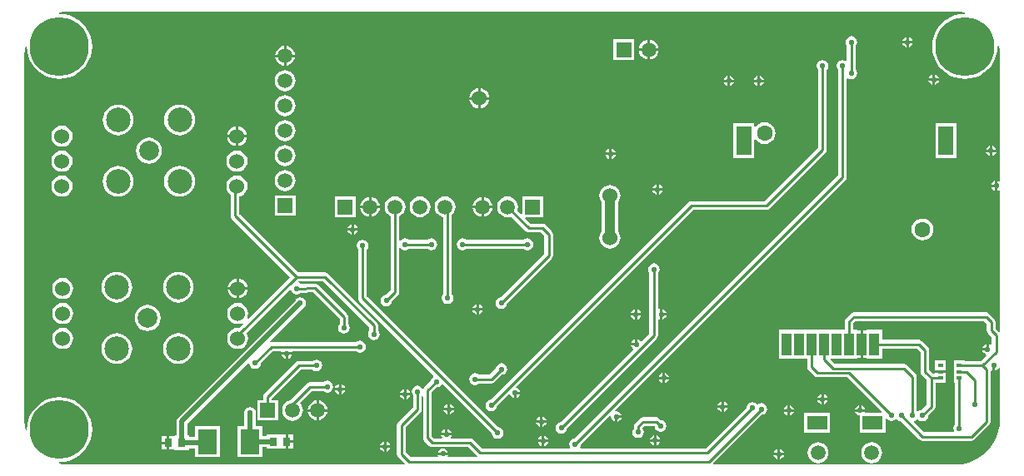
<source format=gbl>
G04 Layer_Physical_Order=4*
G04 Layer_Color=16711680*
%FSLAX24Y24*%
%MOIN*%
G70*
G01*
G75*
%ADD13C,0.0600*%
%ADD14R,0.0315X0.0354*%
%ADD30C,0.0100*%
%ADD31C,0.0200*%
%ADD32C,0.0400*%
%ADD34C,0.0220*%
%ADD35R,0.0591X0.0591*%
%ADD36C,0.0591*%
%ADD37C,0.0630*%
%ADD38C,0.2362*%
%ADD39R,0.0591X0.0591*%
%ADD40C,0.0984*%
%ADD41C,0.0787*%
%ADD42R,0.0787X0.0575*%
%ADD43C,0.0472*%
%ADD44R,0.0394X0.0906*%
%ADD45R,0.0591X0.1161*%
%ADD46R,0.0748X0.1024*%
%ADD47R,0.0197X0.0157*%
G36*
X37636Y18317D02*
X37806Y18284D01*
X37800Y18234D01*
X37795Y18234D01*
X37591Y18218D01*
X37392Y18170D01*
X37203Y18092D01*
X37028Y17985D01*
X36872Y17852D01*
X36739Y17696D01*
X36632Y17522D01*
X36554Y17332D01*
X36506Y17133D01*
X36490Y16929D01*
X36506Y16725D01*
X36554Y16526D01*
X36632Y16337D01*
X36739Y16162D01*
X36872Y16006D01*
X37028Y15873D01*
X37203Y15766D01*
X37392Y15688D01*
X37591Y15640D01*
X37795Y15624D01*
X37999Y15640D01*
X38199Y15688D01*
X38388Y15766D01*
X38562Y15873D01*
X38718Y16006D01*
X38851Y16162D01*
X38958Y16337D01*
X39037Y16526D01*
X39084Y16725D01*
X39100Y16929D01*
X39100Y16933D01*
X39150Y16940D01*
X39184Y16770D01*
X39196Y16585D01*
X39197Y16535D01*
X39197Y16535D01*
X39197Y16486D01*
Y11558D01*
X39153Y11534D01*
X39132Y11548D01*
X39100Y11554D01*
Y11350D01*
Y11146D01*
X39132Y11152D01*
X39153Y11166D01*
X39197Y11142D01*
Y5519D01*
X39147Y5498D01*
X39023Y5622D01*
Y5900D01*
X39010Y5966D01*
X38973Y6023D01*
X38773Y6223D01*
X38716Y6260D01*
X38650Y6273D01*
X33350D01*
X33284Y6260D01*
X33227Y6223D01*
X33048Y6043D01*
X33010Y5987D01*
X32997Y5920D01*
Y5573D01*
X30354D01*
Y4427D01*
X31497D01*
Y4080D01*
X31510Y4013D01*
X31548Y3957D01*
X31777Y3727D01*
X31834Y3690D01*
X31900Y3677D01*
X31900Y3677D01*
X33096D01*
X34476Y2297D01*
X34457Y2250D01*
X33842D01*
X33804Y2300D01*
X33396D01*
X33402Y2268D01*
X33449Y2199D01*
X33518Y2152D01*
X33598Y2136D01*
Y1866D01*
X33595Y1843D01*
X33598Y1820D01*
Y1436D01*
X34626D01*
Y2004D01*
X34676Y2019D01*
X34693Y1993D01*
X34769Y1942D01*
X34859Y1925D01*
X34949Y1942D01*
X35025Y1993D01*
X35027Y1996D01*
X35076D01*
X35084Y1984D01*
X35160Y1933D01*
X35237Y1918D01*
X35977Y1177D01*
X35977Y1177D01*
X36034Y1140D01*
X36100Y1127D01*
X36100Y1127D01*
X38050D01*
X38116Y1140D01*
X38173Y1177D01*
X38773Y1777D01*
X38810Y1834D01*
X38823Y1900D01*
Y3929D01*
X38859Y3948D01*
X38873Y3951D01*
X38900Y3946D01*
Y4150D01*
X39000D01*
Y3946D01*
X39032Y3952D01*
X39101Y3999D01*
X39147Y4066D01*
X39151Y4067D01*
X39197Y4058D01*
Y1969D01*
X39198Y1960D01*
X39184Y1734D01*
X39138Y1503D01*
X39062Y1281D01*
X38958Y1070D01*
X38828Y874D01*
X38672Y698D01*
X38496Y543D01*
X38300Y412D01*
X38089Y308D01*
X37867Y232D01*
X37636Y187D01*
X37451Y174D01*
X37402Y173D01*
X37402Y173D01*
X37352Y173D01*
X27739D01*
X27718Y223D01*
X29663Y2168D01*
X29740Y2183D01*
X29816Y2234D01*
X29867Y2310D01*
X29885Y2400D01*
X29867Y2490D01*
X29816Y2566D01*
X29740Y2617D01*
X29650Y2635D01*
X29560Y2617D01*
X29495Y2573D01*
X29466Y2616D01*
X29390Y2667D01*
X29300Y2685D01*
X29210Y2667D01*
X29134Y2616D01*
X29083Y2540D01*
X29068Y2463D01*
X27428Y823D01*
X22419D01*
X22392Y873D01*
X22417Y910D01*
X22432Y987D01*
X23595Y2150D01*
X23641Y2125D01*
X23636Y2100D01*
X23652Y2018D01*
X23699Y1949D01*
X23768Y1902D01*
X23800Y1896D01*
Y2100D01*
X23850D01*
Y2150D01*
X24054D01*
X24048Y2182D01*
X24001Y2251D01*
X23932Y2298D01*
X23850Y2314D01*
X23825Y2309D01*
X23800Y2355D01*
X33023Y11577D01*
X33060Y11634D01*
X33073Y11700D01*
Y15631D01*
X33123Y15658D01*
X33160Y15633D01*
X33250Y15615D01*
X33340Y15633D01*
X33416Y15684D01*
X33467Y15760D01*
X33485Y15850D01*
X33467Y15940D01*
X33423Y16005D01*
Y16945D01*
X33467Y17010D01*
X33485Y17100D01*
X33467Y17190D01*
X33416Y17266D01*
X33340Y17317D01*
X33250Y17335D01*
X33160Y17317D01*
X33084Y17266D01*
X33033Y17190D01*
X33015Y17100D01*
X33033Y17010D01*
X33077Y16945D01*
Y16369D01*
X33027Y16342D01*
X32990Y16367D01*
X32900Y16385D01*
X32810Y16367D01*
X32734Y16316D01*
X32683Y16240D01*
X32665Y16150D01*
X32683Y16060D01*
X32727Y15995D01*
Y11772D01*
X22187Y1232D01*
X22110Y1217D01*
X22034Y1166D01*
X21983Y1090D01*
X21965Y1000D01*
X21983Y910D01*
X22008Y873D01*
X21981Y823D01*
X18472D01*
X18123Y1173D01*
X18066Y1210D01*
X18000Y1223D01*
X17245D01*
X17218Y1273D01*
X17248Y1318D01*
X17254Y1350D01*
X16846D01*
X16852Y1318D01*
X16882Y1273D01*
X16855Y1223D01*
X16572D01*
X16473Y1322D01*
Y3078D01*
X16663Y3268D01*
X16740Y3283D01*
X16816Y3334D01*
X16850Y3385D01*
X16911Y3394D01*
X18868Y1437D01*
X18883Y1360D01*
X18934Y1284D01*
X19010Y1233D01*
X19100Y1215D01*
X19190Y1233D01*
X19266Y1284D01*
X19317Y1360D01*
X19335Y1450D01*
X19317Y1540D01*
X19266Y1616D01*
X19190Y1667D01*
X19113Y1682D01*
X13873Y6922D01*
Y8795D01*
X13917Y8860D01*
X13935Y8950D01*
X13917Y9040D01*
X13866Y9116D01*
X13790Y9167D01*
X13700Y9185D01*
X13610Y9167D01*
X13534Y9116D01*
X13483Y9040D01*
X13465Y8950D01*
X13483Y8860D01*
X13527Y8795D01*
Y6850D01*
X13540Y6784D01*
X13577Y6727D01*
X16544Y3761D01*
X16535Y3700D01*
X16484Y3666D01*
X16433Y3590D01*
X16418Y3513D01*
X16177Y3273D01*
X16149Y3231D01*
X16103Y3225D01*
X16092Y3227D01*
X16066Y3266D01*
X15990Y3317D01*
X15900Y3335D01*
X15810Y3317D01*
X15734Y3266D01*
X15683Y3190D01*
X15665Y3100D01*
X15683Y3010D01*
X15727Y2945D01*
Y2472D01*
X15127Y1873D01*
X15090Y1816D01*
X15077Y1750D01*
Y600D01*
X15090Y534D01*
X15127Y477D01*
X15382Y223D01*
X15361Y173D01*
X1969D01*
X1960Y172D01*
X1734Y187D01*
X1564Y220D01*
X1570Y270D01*
X1575Y270D01*
X1779Y286D01*
X1978Y334D01*
X2167Y412D01*
X2342Y519D01*
X2498Y652D01*
X2631Y808D01*
X2738Y982D01*
X2816Y1172D01*
X2864Y1371D01*
X2880Y1575D01*
X2864Y1779D01*
X2816Y1978D01*
X2738Y2167D01*
X2631Y2342D01*
X2498Y2498D01*
X2342Y2631D01*
X2167Y2738D01*
X1978Y2816D01*
X1779Y2864D01*
X1575Y2880D01*
X1371Y2864D01*
X1172Y2816D01*
X982Y2738D01*
X808Y2631D01*
X652Y2498D01*
X519Y2342D01*
X412Y2167D01*
X334Y1978D01*
X286Y1779D01*
X270Y1575D01*
X270Y1570D01*
X220Y1564D01*
X187Y1734D01*
X174Y1919D01*
X173Y1969D01*
X173Y1969D01*
X173Y2018D01*
Y16535D01*
X172Y16544D01*
X187Y16770D01*
X220Y16940D01*
X270Y16933D01*
X270Y16929D01*
X286Y16725D01*
X334Y16526D01*
X412Y16337D01*
X519Y16162D01*
X652Y16006D01*
X808Y15873D01*
X982Y15766D01*
X1172Y15688D01*
X1371Y15640D01*
X1575Y15624D01*
X1779Y15640D01*
X1978Y15688D01*
X2167Y15766D01*
X2342Y15873D01*
X2498Y16006D01*
X2631Y16162D01*
X2738Y16337D01*
X2816Y16526D01*
X2864Y16725D01*
X2880Y16929D01*
X2864Y17133D01*
X2816Y17332D01*
X2738Y17522D01*
X2631Y17696D01*
X2498Y17852D01*
X2342Y17985D01*
X2167Y18092D01*
X1978Y18170D01*
X1779Y18218D01*
X1575Y18234D01*
X1570Y18234D01*
X1564Y18284D01*
X1734Y18317D01*
X1919Y18330D01*
X1969Y18331D01*
X1969Y18331D01*
X2018Y18331D01*
X37402D01*
X37410Y18332D01*
X37636Y18317D01*
D02*
G37*
G36*
X38677Y5828D02*
Y5550D01*
X38690Y5484D01*
X38727Y5427D01*
X38877Y5278D01*
Y4995D01*
X38827Y4968D01*
X38782Y4998D01*
X38750Y5004D01*
Y4800D01*
X38700D01*
Y4750D01*
X38496D01*
X38502Y4718D01*
X38549Y4649D01*
X38618Y4602D01*
X38640Y4598D01*
X38655Y4550D01*
X38434Y4329D01*
X37792D01*
Y4355D01*
X37356D01*
Y3957D01*
Y3701D01*
Y3445D01*
X37401D01*
Y1781D01*
X37357Y1716D01*
X37340Y1626D01*
X37357Y1536D01*
X37370Y1517D01*
X37346Y1473D01*
X36172D01*
X35762Y1883D01*
X35777Y1931D01*
X35790Y1933D01*
X35866Y1984D01*
X35875Y1998D01*
X35925D01*
X35934Y1984D01*
X36010Y1933D01*
X36100Y1915D01*
X36190Y1933D01*
X36266Y1984D01*
X36317Y2060D01*
X36332Y2137D01*
X36573Y2377D01*
X36610Y2434D01*
X36623Y2500D01*
Y3445D01*
X37044D01*
Y3843D01*
X37024D01*
Y3850D01*
X36826D01*
X36628D01*
Y3843D01*
X36608D01*
Y3817D01*
X36528D01*
X36373Y3972D01*
Y4750D01*
X36360Y4816D01*
X36323Y4873D01*
X36073Y5123D01*
X36016Y5160D01*
X35950Y5173D01*
X34487D01*
Y5573D01*
X33854D01*
Y5553D01*
X33720D01*
Y5000D01*
Y4447D01*
X33854D01*
Y4427D01*
X34487D01*
Y4827D01*
X35878D01*
X36027Y4678D01*
Y3900D01*
X36040Y3834D01*
X36077Y3777D01*
X36277Y3578D01*
Y2572D01*
X36087Y2382D01*
X36010Y2367D01*
X35934Y2316D01*
X35885Y2332D01*
X35873Y2342D01*
Y3700D01*
X35860Y3766D01*
X35823Y3823D01*
X35823Y3823D01*
X35493Y4153D01*
X35436Y4190D01*
X35370Y4203D01*
X32592D01*
X32414Y4381D01*
X32433Y4427D01*
X33487D01*
Y4447D01*
X33620D01*
Y5000D01*
Y5553D01*
X33487D01*
Y5573D01*
X33344D01*
Y5849D01*
X33422Y5927D01*
X38578D01*
X38677Y5828D01*
D02*
G37*
G36*
X16127Y2876D02*
Y1250D01*
X16140Y1184D01*
X16177Y1127D01*
X16377Y927D01*
X16434Y890D01*
X16500Y877D01*
X16900D01*
X16904Y827D01*
X16833Y812D01*
X16763Y766D01*
X16717Y697D01*
X16710Y665D01*
X17119D01*
X17112Y697D01*
X17066Y766D01*
X16997Y812D01*
X16925Y827D01*
X16930Y877D01*
X17928D01*
X18277Y527D01*
X18284Y523D01*
X18268Y473D01*
X17126D01*
X17102Y517D01*
X17112Y533D01*
X17119Y565D01*
X16710D01*
X16717Y533D01*
X16727Y517D01*
X16703Y473D01*
X15622D01*
X15423Y672D01*
Y1678D01*
X16023Y2277D01*
X16060Y2334D01*
X16073Y2400D01*
Y2899D01*
X16077Y2902D01*
X16127Y2876D01*
D02*
G37*
%LPC*%
G36*
X35550Y17304D02*
Y17150D01*
X35704D01*
X35698Y17182D01*
X35651Y17251D01*
X35582Y17298D01*
X35550Y17304D01*
D02*
G37*
G36*
X35450D02*
X35418Y17298D01*
X35349Y17251D01*
X35302Y17182D01*
X35296Y17150D01*
X35450D01*
Y17304D01*
D02*
G37*
G36*
X35704Y17050D02*
X35550D01*
Y16896D01*
X35582Y16902D01*
X35651Y16949D01*
X35698Y17018D01*
X35704Y17050D01*
D02*
G37*
G36*
X35450D02*
X35296D01*
X35302Y17018D01*
X35349Y16949D01*
X35418Y16902D01*
X35450Y16896D01*
Y17050D01*
D02*
G37*
G36*
X25200Y17192D02*
Y16850D01*
X25542D01*
X25535Y16903D01*
X25495Y16999D01*
X25432Y17082D01*
X25349Y17145D01*
X25253Y17185D01*
X25200Y17192D01*
D02*
G37*
G36*
X25100D02*
X25047Y17185D01*
X24951Y17145D01*
X24868Y17082D01*
X24805Y16999D01*
X24765Y16903D01*
X24758Y16850D01*
X25100D01*
Y17192D01*
D02*
G37*
G36*
X10650Y16942D02*
Y16600D01*
X10992D01*
X10985Y16653D01*
X10945Y16749D01*
X10882Y16832D01*
X10799Y16895D01*
X10703Y16935D01*
X10650Y16942D01*
D02*
G37*
G36*
X10550D02*
X10497Y16935D01*
X10401Y16895D01*
X10318Y16832D01*
X10255Y16749D01*
X10215Y16653D01*
X10208Y16600D01*
X10550D01*
Y16942D01*
D02*
G37*
G36*
X25542Y16750D02*
X25200D01*
Y16408D01*
X25253Y16415D01*
X25349Y16455D01*
X25432Y16518D01*
X25495Y16601D01*
X25535Y16697D01*
X25542Y16750D01*
D02*
G37*
G36*
X25100D02*
X24758D01*
X24765Y16697D01*
X24805Y16601D01*
X24868Y16518D01*
X24951Y16455D01*
X25047Y16415D01*
X25100Y16408D01*
Y16750D01*
D02*
G37*
G36*
X24565Y17215D02*
X23735D01*
Y16385D01*
X24565D01*
Y17215D01*
D02*
G37*
G36*
X10992Y16500D02*
X10650D01*
Y16158D01*
X10703Y16165D01*
X10799Y16205D01*
X10882Y16268D01*
X10945Y16351D01*
X10985Y16447D01*
X10992Y16500D01*
D02*
G37*
G36*
X10550D02*
X10208D01*
X10215Y16447D01*
X10255Y16351D01*
X10318Y16268D01*
X10401Y16205D01*
X10497Y16165D01*
X10550Y16158D01*
Y16500D01*
D02*
G37*
G36*
X36600Y15804D02*
Y15650D01*
X36754D01*
X36748Y15682D01*
X36701Y15751D01*
X36632Y15798D01*
X36600Y15804D01*
D02*
G37*
G36*
X36500D02*
X36468Y15798D01*
X36399Y15751D01*
X36352Y15682D01*
X36346Y15650D01*
X36500D01*
Y15804D01*
D02*
G37*
G36*
X29600Y15754D02*
Y15600D01*
X29754D01*
X29748Y15632D01*
X29701Y15701D01*
X29632Y15748D01*
X29600Y15754D01*
D02*
G37*
G36*
X29500D02*
X29468Y15748D01*
X29399Y15701D01*
X29352Y15632D01*
X29346Y15600D01*
X29500D01*
Y15754D01*
D02*
G37*
G36*
X28409D02*
Y15600D01*
X28564D01*
X28557Y15632D01*
X28511Y15701D01*
X28441Y15748D01*
X28409Y15754D01*
D02*
G37*
G36*
X28309D02*
X28278Y15748D01*
X28208Y15701D01*
X28162Y15632D01*
X28155Y15600D01*
X28309D01*
Y15754D01*
D02*
G37*
G36*
X36754Y15550D02*
X36600D01*
Y15396D01*
X36632Y15402D01*
X36701Y15449D01*
X36748Y15518D01*
X36754Y15550D01*
D02*
G37*
G36*
X36500D02*
X36346D01*
X36352Y15518D01*
X36399Y15449D01*
X36468Y15402D01*
X36500Y15396D01*
Y15550D01*
D02*
G37*
G36*
X29754Y15500D02*
X29600D01*
Y15346D01*
X29632Y15352D01*
X29701Y15399D01*
X29748Y15468D01*
X29754Y15500D01*
D02*
G37*
G36*
X29500D02*
X29346D01*
X29352Y15468D01*
X29399Y15399D01*
X29468Y15352D01*
X29500Y15346D01*
Y15500D01*
D02*
G37*
G36*
X28564D02*
X28409D01*
Y15346D01*
X28441Y15352D01*
X28511Y15399D01*
X28557Y15468D01*
X28564Y15500D01*
D02*
G37*
G36*
X28309D02*
X28155D01*
X28162Y15468D01*
X28208Y15399D01*
X28278Y15352D01*
X28309Y15346D01*
Y15500D01*
D02*
G37*
G36*
X10600Y15969D02*
X10492Y15955D01*
X10391Y15913D01*
X10304Y15846D01*
X10237Y15759D01*
X10195Y15658D01*
X10181Y15550D01*
X10195Y15442D01*
X10237Y15341D01*
X10304Y15254D01*
X10391Y15187D01*
X10492Y15145D01*
X10600Y15131D01*
X10708Y15145D01*
X10809Y15187D01*
X10896Y15254D01*
X10963Y15341D01*
X11005Y15442D01*
X11019Y15550D01*
X11005Y15658D01*
X10963Y15759D01*
X10896Y15846D01*
X10809Y15913D01*
X10708Y15955D01*
X10600Y15969D01*
D02*
G37*
G36*
X18425Y15247D02*
Y14900D01*
X18772D01*
X18765Y14954D01*
X18724Y15052D01*
X18660Y15135D01*
X18577Y15199D01*
X18479Y15240D01*
X18425Y15247D01*
D02*
G37*
G36*
X18325D02*
X18271Y15240D01*
X18173Y15199D01*
X18090Y15135D01*
X18026Y15052D01*
X17985Y14954D01*
X17978Y14900D01*
X18325D01*
Y15247D01*
D02*
G37*
G36*
X18772Y14800D02*
X18425D01*
Y14453D01*
X18479Y14460D01*
X18577Y14501D01*
X18660Y14565D01*
X18724Y14648D01*
X18765Y14746D01*
X18772Y14800D01*
D02*
G37*
G36*
X18325D02*
X17978D01*
X17985Y14746D01*
X18026Y14648D01*
X18090Y14565D01*
X18173Y14501D01*
X18271Y14460D01*
X18325Y14453D01*
Y14800D01*
D02*
G37*
G36*
X10600Y14969D02*
X10492Y14955D01*
X10391Y14913D01*
X10304Y14846D01*
X10237Y14759D01*
X10195Y14658D01*
X10181Y14550D01*
X10195Y14442D01*
X10237Y14341D01*
X10304Y14254D01*
X10391Y14187D01*
X10492Y14145D01*
X10600Y14131D01*
X10708Y14145D01*
X10809Y14187D01*
X10896Y14254D01*
X10963Y14341D01*
X11005Y14442D01*
X11019Y14550D01*
X11005Y14658D01*
X10963Y14759D01*
X10896Y14846D01*
X10809Y14913D01*
X10708Y14955D01*
X10600Y14969D01*
D02*
G37*
G36*
X29781Y13891D02*
X29667Y13877D01*
X29561Y13833D01*
X29470Y13763D01*
X29415Y13691D01*
X29365Y13708D01*
Y13850D01*
X28535D01*
Y12449D01*
X29365D01*
Y13198D01*
X29415Y13214D01*
X29470Y13143D01*
X29561Y13073D01*
X29667Y13029D01*
X29781Y13014D01*
X29894Y13029D01*
X30000Y13073D01*
X30091Y13143D01*
X30161Y13233D01*
X30204Y13339D01*
X30219Y13453D01*
X30204Y13566D01*
X30161Y13672D01*
X30091Y13763D01*
X30000Y13833D01*
X29894Y13877D01*
X29781Y13891D01*
D02*
G37*
G36*
X8729Y13729D02*
Y13382D01*
X9076D01*
X9068Y13436D01*
X9028Y13534D01*
X8964Y13617D01*
X8880Y13681D01*
X8783Y13722D01*
X8729Y13729D01*
D02*
G37*
G36*
X8629D02*
X8574Y13722D01*
X8477Y13681D01*
X8393Y13617D01*
X8329Y13534D01*
X8289Y13436D01*
X8282Y13382D01*
X8629D01*
Y13729D01*
D02*
G37*
G36*
X6380Y14595D02*
X6260Y14584D01*
X6145Y14549D01*
X6039Y14492D01*
X5945Y14415D01*
X5869Y14322D01*
X5812Y14216D01*
X5777Y14100D01*
X5765Y13980D01*
X5777Y13860D01*
X5812Y13745D01*
X5869Y13639D01*
X5945Y13545D01*
X6039Y13469D01*
X6145Y13412D01*
X6260Y13377D01*
X6380Y13365D01*
X6500Y13377D01*
X6616Y13412D01*
X6722Y13469D01*
X6815Y13545D01*
X6892Y13639D01*
X6949Y13745D01*
X6984Y13860D01*
X6995Y13980D01*
X6984Y14100D01*
X6949Y14216D01*
X6892Y14322D01*
X6815Y14415D01*
X6722Y14492D01*
X6616Y14549D01*
X6500Y14584D01*
X6380Y14595D01*
D02*
G37*
G36*
X3920D02*
X3800Y14584D01*
X3684Y14549D01*
X3578Y14492D01*
X3485Y14415D01*
X3408Y14322D01*
X3351Y14216D01*
X3316Y14100D01*
X3305Y13980D01*
X3316Y13860D01*
X3351Y13745D01*
X3408Y13639D01*
X3485Y13545D01*
X3578Y13469D01*
X3684Y13412D01*
X3800Y13377D01*
X3920Y13365D01*
X4040Y13377D01*
X4155Y13412D01*
X4261Y13469D01*
X4355Y13545D01*
X4431Y13639D01*
X4488Y13745D01*
X4523Y13860D01*
X4535Y13980D01*
X4523Y14100D01*
X4488Y14216D01*
X4431Y14322D01*
X4355Y14415D01*
X4261Y14492D01*
X4155Y14549D01*
X4040Y14584D01*
X3920Y14595D01*
D02*
G37*
G36*
X10600Y13969D02*
X10492Y13955D01*
X10391Y13913D01*
X10304Y13846D01*
X10237Y13759D01*
X10195Y13658D01*
X10181Y13550D01*
X10195Y13442D01*
X10237Y13341D01*
X10304Y13254D01*
X10391Y13187D01*
X10492Y13145D01*
X10600Y13131D01*
X10708Y13145D01*
X10809Y13187D01*
X10896Y13254D01*
X10963Y13341D01*
X11005Y13442D01*
X11019Y13550D01*
X11005Y13658D01*
X10963Y13759D01*
X10896Y13846D01*
X10809Y13913D01*
X10708Y13955D01*
X10600Y13969D01*
D02*
G37*
G36*
X9076Y13282D02*
X8729D01*
Y12935D01*
X8783Y12942D01*
X8880Y12982D01*
X8964Y13047D01*
X9028Y13130D01*
X9068Y13227D01*
X9076Y13282D01*
D02*
G37*
G36*
X8629D02*
X8282D01*
X8289Y13227D01*
X8329Y13130D01*
X8393Y13047D01*
X8477Y12982D01*
X8574Y12942D01*
X8629Y12935D01*
Y13282D01*
D02*
G37*
G36*
X1679Y13756D02*
X1569Y13741D01*
X1467Y13699D01*
X1379Y13631D01*
X1312Y13544D01*
X1270Y13442D01*
X1255Y13332D01*
X1270Y13222D01*
X1312Y13120D01*
X1379Y13032D01*
X1467Y12965D01*
X1569Y12923D01*
X1679Y12908D01*
X1788Y12923D01*
X1891Y12965D01*
X1978Y13032D01*
X2046Y13120D01*
X2088Y13222D01*
X2102Y13332D01*
X2088Y13442D01*
X2046Y13544D01*
X1978Y13631D01*
X1891Y13699D01*
X1788Y13741D01*
X1679Y13756D01*
D02*
G37*
G36*
X38895Y12949D02*
Y12795D01*
X39049D01*
X39043Y12827D01*
X38996Y12896D01*
X38927Y12943D01*
X38895Y12949D01*
D02*
G37*
G36*
X38795D02*
X38763Y12943D01*
X38694Y12896D01*
X38647Y12827D01*
X38641Y12795D01*
X38795D01*
Y12949D01*
D02*
G37*
G36*
X23674Y12830D02*
Y12676D01*
X23829D01*
X23822Y12708D01*
X23776Y12777D01*
X23706Y12823D01*
X23674Y12830D01*
D02*
G37*
G36*
X23574D02*
X23542Y12823D01*
X23473Y12777D01*
X23427Y12708D01*
X23420Y12676D01*
X23574D01*
Y12830D01*
D02*
G37*
G36*
X39049Y12695D02*
X38895D01*
Y12541D01*
X38927Y12547D01*
X38996Y12594D01*
X39043Y12663D01*
X39049Y12695D01*
D02*
G37*
G36*
X38795D02*
X38641D01*
X38647Y12663D01*
X38694Y12594D01*
X38763Y12547D01*
X38795Y12541D01*
Y12695D01*
D02*
G37*
G36*
X37456Y13850D02*
X36625D01*
Y12449D01*
X37456D01*
Y13850D01*
D02*
G37*
G36*
X23829Y12576D02*
X23674D01*
Y12421D01*
X23706Y12428D01*
X23776Y12474D01*
X23822Y12544D01*
X23829Y12576D01*
D02*
G37*
G36*
X23574D02*
X23420D01*
X23427Y12544D01*
X23473Y12474D01*
X23542Y12428D01*
X23574Y12421D01*
Y12576D01*
D02*
G37*
G36*
X5150Y13268D02*
X5016Y13250D01*
X4891Y13199D01*
X4784Y13116D01*
X4701Y13009D01*
X4650Y12884D01*
X4632Y12750D01*
X4650Y12616D01*
X4701Y12491D01*
X4784Y12384D01*
X4891Y12301D01*
X5016Y12250D01*
X5150Y12232D01*
X5284Y12250D01*
X5409Y12301D01*
X5516Y12384D01*
X5599Y12491D01*
X5650Y12616D01*
X5668Y12750D01*
X5650Y12884D01*
X5599Y13009D01*
X5516Y13116D01*
X5409Y13199D01*
X5284Y13250D01*
X5150Y13268D01*
D02*
G37*
G36*
X10600Y12969D02*
X10492Y12955D01*
X10391Y12913D01*
X10304Y12846D01*
X10237Y12759D01*
X10195Y12658D01*
X10181Y12550D01*
X10195Y12442D01*
X10237Y12341D01*
X10304Y12254D01*
X10391Y12187D01*
X10492Y12145D01*
X10600Y12131D01*
X10708Y12145D01*
X10809Y12187D01*
X10896Y12254D01*
X10963Y12341D01*
X11005Y12442D01*
X11019Y12550D01*
X11005Y12658D01*
X10963Y12759D01*
X10896Y12846D01*
X10809Y12913D01*
X10708Y12955D01*
X10600Y12969D01*
D02*
G37*
G36*
X8679Y12756D02*
X8569Y12741D01*
X8467Y12699D01*
X8379Y12631D01*
X8312Y12544D01*
X8270Y12442D01*
X8255Y12332D01*
X8270Y12222D01*
X8312Y12120D01*
X8379Y12032D01*
X8467Y11965D01*
X8569Y11923D01*
X8679Y11908D01*
X8788Y11923D01*
X8891Y11965D01*
X8978Y12032D01*
X9046Y12120D01*
X9088Y12222D01*
X9102Y12332D01*
X9088Y12442D01*
X9046Y12544D01*
X8978Y12631D01*
X8891Y12699D01*
X8788Y12741D01*
X8679Y12756D01*
D02*
G37*
G36*
X1679D02*
X1569Y12741D01*
X1467Y12699D01*
X1379Y12631D01*
X1312Y12544D01*
X1270Y12442D01*
X1255Y12332D01*
X1270Y12222D01*
X1312Y12120D01*
X1379Y12032D01*
X1467Y11965D01*
X1569Y11923D01*
X1679Y11908D01*
X1788Y11923D01*
X1891Y11965D01*
X1978Y12032D01*
X2046Y12120D01*
X2088Y12222D01*
X2102Y12332D01*
X2088Y12442D01*
X2046Y12544D01*
X1978Y12631D01*
X1891Y12699D01*
X1788Y12741D01*
X1679Y12756D01*
D02*
G37*
G36*
X39000Y11554D02*
X38968Y11548D01*
X38899Y11501D01*
X38852Y11432D01*
X38846Y11400D01*
X39000D01*
Y11554D01*
D02*
G37*
G36*
X25550Y11404D02*
Y11250D01*
X25704D01*
X25698Y11282D01*
X25651Y11351D01*
X25582Y11398D01*
X25550Y11404D01*
D02*
G37*
G36*
X25450D02*
X25418Y11398D01*
X25349Y11351D01*
X25302Y11282D01*
X25296Y11250D01*
X25450D01*
Y11404D01*
D02*
G37*
G36*
X39000Y11300D02*
X38846D01*
X38852Y11268D01*
X38899Y11199D01*
X38968Y11152D01*
X39000Y11146D01*
Y11300D01*
D02*
G37*
G36*
X10600Y11969D02*
X10492Y11955D01*
X10391Y11913D01*
X10304Y11846D01*
X10237Y11759D01*
X10195Y11658D01*
X10181Y11550D01*
X10195Y11442D01*
X10237Y11341D01*
X10304Y11254D01*
X10391Y11187D01*
X10492Y11145D01*
X10600Y11131D01*
X10708Y11145D01*
X10809Y11187D01*
X10896Y11254D01*
X10963Y11341D01*
X11005Y11442D01*
X11019Y11550D01*
X11005Y11658D01*
X10963Y11759D01*
X10896Y11846D01*
X10809Y11913D01*
X10708Y11955D01*
X10600Y11969D01*
D02*
G37*
G36*
X25704Y11150D02*
X25550D01*
Y10996D01*
X25582Y11002D01*
X25651Y11049D01*
X25698Y11118D01*
X25704Y11150D01*
D02*
G37*
G36*
X25450D02*
X25296D01*
X25302Y11118D01*
X25349Y11049D01*
X25418Y11002D01*
X25450Y10996D01*
Y11150D01*
D02*
G37*
G36*
X1679Y11756D02*
X1569Y11741D01*
X1467Y11699D01*
X1379Y11631D01*
X1312Y11544D01*
X1270Y11442D01*
X1255Y11332D01*
X1270Y11222D01*
X1312Y11120D01*
X1379Y11032D01*
X1467Y10965D01*
X1569Y10923D01*
X1679Y10908D01*
X1788Y10923D01*
X1891Y10965D01*
X1978Y11032D01*
X2046Y11120D01*
X2088Y11222D01*
X2102Y11332D01*
X2088Y11442D01*
X2046Y11544D01*
X1978Y11631D01*
X1891Y11699D01*
X1788Y11741D01*
X1679Y11756D01*
D02*
G37*
G36*
X6380Y12135D02*
X6260Y12123D01*
X6145Y12088D01*
X6039Y12031D01*
X5945Y11955D01*
X5869Y11861D01*
X5812Y11755D01*
X5777Y11640D01*
X5765Y11520D01*
X5777Y11400D01*
X5812Y11284D01*
X5869Y11178D01*
X5945Y11085D01*
X6039Y11008D01*
X6145Y10951D01*
X6260Y10916D01*
X6380Y10905D01*
X6500Y10916D01*
X6616Y10951D01*
X6722Y11008D01*
X6815Y11085D01*
X6892Y11178D01*
X6949Y11284D01*
X6984Y11400D01*
X6995Y11520D01*
X6984Y11640D01*
X6949Y11755D01*
X6892Y11861D01*
X6815Y11955D01*
X6722Y12031D01*
X6616Y12088D01*
X6500Y12123D01*
X6380Y12135D01*
D02*
G37*
G36*
X3920D02*
X3800Y12123D01*
X3684Y12088D01*
X3578Y12031D01*
X3485Y11955D01*
X3408Y11861D01*
X3351Y11755D01*
X3316Y11640D01*
X3305Y11520D01*
X3316Y11400D01*
X3351Y11284D01*
X3408Y11178D01*
X3485Y11085D01*
X3578Y11008D01*
X3684Y10951D01*
X3800Y10916D01*
X3920Y10905D01*
X4040Y10916D01*
X4155Y10951D01*
X4261Y11008D01*
X4355Y11085D01*
X4431Y11178D01*
X4488Y11284D01*
X4523Y11400D01*
X4535Y11520D01*
X4523Y11640D01*
X4488Y11755D01*
X4431Y11861D01*
X4355Y11955D01*
X4261Y12031D01*
X4155Y12088D01*
X4040Y12123D01*
X3920Y12135D01*
D02*
G37*
G36*
X18550Y10892D02*
Y10550D01*
X18892D01*
X18885Y10603D01*
X18845Y10699D01*
X18782Y10782D01*
X18699Y10845D01*
X18603Y10885D01*
X18550Y10892D01*
D02*
G37*
G36*
X14050D02*
Y10550D01*
X14392D01*
X14385Y10603D01*
X14345Y10699D01*
X14282Y10782D01*
X14199Y10845D01*
X14103Y10885D01*
X14050Y10892D01*
D02*
G37*
G36*
X13950D02*
X13897Y10885D01*
X13801Y10845D01*
X13718Y10782D01*
X13655Y10699D01*
X13615Y10603D01*
X13608Y10550D01*
X13950D01*
Y10892D01*
D02*
G37*
G36*
X18450D02*
X18397Y10885D01*
X18301Y10845D01*
X18218Y10782D01*
X18155Y10699D01*
X18115Y10603D01*
X18108Y10550D01*
X18450D01*
Y10892D01*
D02*
G37*
G36*
X11015Y10965D02*
X10185D01*
Y10135D01*
X11015D01*
Y10965D01*
D02*
G37*
G36*
X18892Y10450D02*
X18550D01*
Y10108D01*
X18603Y10115D01*
X18699Y10155D01*
X18782Y10218D01*
X18845Y10301D01*
X18885Y10397D01*
X18892Y10450D01*
D02*
G37*
G36*
X14392D02*
X14050D01*
Y10108D01*
X14103Y10115D01*
X14199Y10155D01*
X14282Y10218D01*
X14345Y10301D01*
X14385Y10397D01*
X14392Y10450D01*
D02*
G37*
G36*
X13950D02*
X13608D01*
X13615Y10397D01*
X13655Y10301D01*
X13718Y10218D01*
X13801Y10155D01*
X13897Y10115D01*
X13950Y10108D01*
Y10450D01*
D02*
G37*
G36*
X18450D02*
X18108D01*
X18115Y10397D01*
X18155Y10301D01*
X18218Y10218D01*
X18301Y10155D01*
X18397Y10115D01*
X18450Y10108D01*
Y10450D01*
D02*
G37*
G36*
X13415Y10915D02*
X12585D01*
Y10085D01*
X13415D01*
Y10915D01*
D02*
G37*
G36*
X16000Y10919D02*
X15892Y10905D01*
X15791Y10863D01*
X15704Y10796D01*
X15637Y10709D01*
X15595Y10608D01*
X15581Y10500D01*
X15595Y10392D01*
X15637Y10291D01*
X15704Y10204D01*
X15791Y10137D01*
X15892Y10095D01*
X16000Y10081D01*
X16108Y10095D01*
X16209Y10137D01*
X16296Y10204D01*
X16363Y10291D01*
X16405Y10392D01*
X16419Y10500D01*
X16405Y10608D01*
X16363Y10709D01*
X16296Y10796D01*
X16209Y10863D01*
X16108Y10905D01*
X16000Y10919D01*
D02*
G37*
G36*
X13350Y9804D02*
Y9650D01*
X13504D01*
X13498Y9682D01*
X13451Y9751D01*
X13382Y9798D01*
X13350Y9804D01*
D02*
G37*
G36*
X13250D02*
X13218Y9798D01*
X13149Y9751D01*
X13102Y9682D01*
X13096Y9650D01*
X13250D01*
Y9804D01*
D02*
G37*
G36*
X13504Y9550D02*
X13350D01*
Y9396D01*
X13382Y9402D01*
X13451Y9449D01*
X13498Y9518D01*
X13504Y9550D01*
D02*
G37*
G36*
X13250D02*
X13096D01*
X13102Y9518D01*
X13149Y9449D01*
X13218Y9402D01*
X13250Y9396D01*
Y9550D01*
D02*
G37*
G36*
X20300Y9235D02*
X20210Y9217D01*
X20145Y9173D01*
X17855D01*
X17790Y9217D01*
X17700Y9235D01*
X17610Y9217D01*
X17534Y9166D01*
X17483Y9090D01*
X17465Y9000D01*
X17483Y8910D01*
X17534Y8834D01*
X17610Y8783D01*
X17700Y8765D01*
X17790Y8783D01*
X17855Y8827D01*
X20145D01*
X20210Y8783D01*
X20300Y8765D01*
X20390Y8783D01*
X20466Y8834D01*
X20517Y8910D01*
X20535Y9000D01*
X20517Y9090D01*
X20466Y9166D01*
X20390Y9217D01*
X20300Y9235D01*
D02*
G37*
G36*
X36100Y10033D02*
X35986Y10018D01*
X35880Y9974D01*
X35789Y9905D01*
X35720Y9814D01*
X35676Y9708D01*
X35661Y9594D01*
X35676Y9481D01*
X35720Y9375D01*
X35789Y9284D01*
X35880Y9215D01*
X35986Y9171D01*
X36100Y9156D01*
X36213Y9171D01*
X36319Y9215D01*
X36410Y9284D01*
X36480Y9375D01*
X36523Y9481D01*
X36538Y9594D01*
X36523Y9708D01*
X36480Y9814D01*
X36410Y9905D01*
X36319Y9974D01*
X36213Y10018D01*
X36100Y10033D01*
D02*
G37*
G36*
X23600Y11374D02*
X23490Y11359D01*
X23388Y11317D01*
X23300Y11250D01*
X23233Y11162D01*
X23191Y11060D01*
X23176Y10950D01*
X23191Y10840D01*
X23233Y10738D01*
X23277Y10681D01*
Y9519D01*
X23233Y9462D01*
X23191Y9360D01*
X23176Y9250D01*
X23191Y9140D01*
X23233Y9038D01*
X23300Y8950D01*
X23388Y8883D01*
X23490Y8841D01*
X23600Y8826D01*
X23710Y8841D01*
X23812Y8883D01*
X23900Y8950D01*
X23967Y9038D01*
X24009Y9140D01*
X24024Y9250D01*
X24009Y9360D01*
X23967Y9462D01*
X23923Y9519D01*
Y10681D01*
X23967Y10738D01*
X24009Y10840D01*
X24024Y10950D01*
X24009Y11060D01*
X23967Y11162D01*
X23900Y11250D01*
X23812Y11317D01*
X23710Y11359D01*
X23600Y11374D01*
D02*
G37*
G36*
X15000Y10919D02*
X14892Y10905D01*
X14791Y10863D01*
X14704Y10796D01*
X14637Y10709D01*
X14595Y10608D01*
X14581Y10500D01*
X14595Y10392D01*
X14637Y10291D01*
X14704Y10204D01*
X14791Y10137D01*
X14827Y10122D01*
Y7172D01*
X14637Y6982D01*
X14560Y6967D01*
X14484Y6916D01*
X14433Y6840D01*
X14415Y6750D01*
X14433Y6660D01*
X14484Y6584D01*
X14560Y6533D01*
X14650Y6515D01*
X14740Y6533D01*
X14816Y6584D01*
X14867Y6660D01*
X14882Y6737D01*
X15123Y6977D01*
X15160Y7034D01*
X15173Y7100D01*
Y8835D01*
X15223Y8850D01*
X15234Y8834D01*
X15310Y8783D01*
X15400Y8765D01*
X15490Y8783D01*
X15555Y8827D01*
X16295D01*
X16360Y8783D01*
X16450Y8765D01*
X16540Y8783D01*
X16616Y8834D01*
X16667Y8910D01*
X16685Y9000D01*
X16667Y9090D01*
X16616Y9166D01*
X16540Y9217D01*
X16450Y9235D01*
X16360Y9217D01*
X16295Y9173D01*
X15555D01*
X15490Y9217D01*
X15400Y9235D01*
X15310Y9217D01*
X15234Y9166D01*
X15223Y9150D01*
X15173Y9165D01*
Y10122D01*
X15209Y10137D01*
X15296Y10204D01*
X15363Y10291D01*
X15405Y10392D01*
X15419Y10500D01*
X15405Y10608D01*
X15363Y10709D01*
X15296Y10796D01*
X15209Y10863D01*
X15108Y10905D01*
X15000Y10919D01*
D02*
G37*
G36*
X8753Y7629D02*
Y7282D01*
X9100D01*
X9093Y7336D01*
X9053Y7434D01*
X8988Y7517D01*
X8905Y7581D01*
X8808Y7622D01*
X8753Y7629D01*
D02*
G37*
G36*
X8653D02*
X8599Y7622D01*
X8501Y7581D01*
X8418Y7517D01*
X8354Y7434D01*
X8313Y7336D01*
X8306Y7282D01*
X8653D01*
Y7629D01*
D02*
G37*
G36*
X9100Y7182D02*
X8753D01*
Y6835D01*
X8808Y6842D01*
X8905Y6882D01*
X8988Y6947D01*
X9053Y7030D01*
X9093Y7127D01*
X9100Y7182D01*
D02*
G37*
G36*
X8653D02*
X8306D01*
X8313Y7127D01*
X8354Y7030D01*
X8418Y6947D01*
X8501Y6882D01*
X8599Y6842D01*
X8653Y6835D01*
Y7182D01*
D02*
G37*
G36*
X1703Y7656D02*
X1594Y7641D01*
X1491Y7599D01*
X1404Y7531D01*
X1336Y7444D01*
X1294Y7342D01*
X1280Y7232D01*
X1294Y7122D01*
X1336Y7020D01*
X1404Y6932D01*
X1491Y6865D01*
X1594Y6823D01*
X1703Y6808D01*
X1813Y6823D01*
X1915Y6865D01*
X2003Y6932D01*
X2070Y7020D01*
X2112Y7122D01*
X2127Y7232D01*
X2112Y7342D01*
X2070Y7444D01*
X2003Y7531D01*
X1915Y7599D01*
X1813Y7641D01*
X1703Y7656D01*
D02*
G37*
G36*
X6330Y7895D02*
X6210Y7884D01*
X6095Y7849D01*
X5989Y7792D01*
X5895Y7715D01*
X5819Y7622D01*
X5762Y7516D01*
X5727Y7400D01*
X5715Y7280D01*
X5727Y7160D01*
X5762Y7045D01*
X5819Y6939D01*
X5895Y6845D01*
X5989Y6769D01*
X6095Y6712D01*
X6210Y6677D01*
X6330Y6665D01*
X6450Y6677D01*
X6566Y6712D01*
X6672Y6769D01*
X6765Y6845D01*
X6842Y6939D01*
X6899Y7045D01*
X6934Y7160D01*
X6945Y7280D01*
X6934Y7400D01*
X6899Y7516D01*
X6842Y7622D01*
X6765Y7715D01*
X6672Y7792D01*
X6566Y7849D01*
X6450Y7884D01*
X6330Y7895D01*
D02*
G37*
G36*
X3870D02*
X3750Y7884D01*
X3634Y7849D01*
X3528Y7792D01*
X3435Y7715D01*
X3358Y7622D01*
X3301Y7516D01*
X3266Y7400D01*
X3255Y7280D01*
X3266Y7160D01*
X3301Y7045D01*
X3358Y6939D01*
X3435Y6845D01*
X3528Y6769D01*
X3634Y6712D01*
X3750Y6677D01*
X3870Y6665D01*
X3990Y6677D01*
X4105Y6712D01*
X4211Y6769D01*
X4305Y6845D01*
X4381Y6939D01*
X4438Y7045D01*
X4473Y7160D01*
X4485Y7280D01*
X4473Y7400D01*
X4438Y7516D01*
X4381Y7622D01*
X4305Y7715D01*
X4211Y7792D01*
X4105Y7849D01*
X3990Y7884D01*
X3870Y7895D01*
D02*
G37*
G36*
X17000Y10919D02*
X16892Y10905D01*
X16791Y10863D01*
X16704Y10796D01*
X16637Y10709D01*
X16595Y10608D01*
X16581Y10500D01*
X16595Y10392D01*
X16637Y10291D01*
X16704Y10204D01*
X16791Y10137D01*
X16892Y10095D01*
X16927Y10091D01*
Y7005D01*
X16883Y6940D01*
X16865Y6850D01*
X16883Y6760D01*
X16934Y6684D01*
X17010Y6633D01*
X17100Y6615D01*
X17190Y6633D01*
X17266Y6684D01*
X17317Y6760D01*
X17335Y6850D01*
X17317Y6940D01*
X17273Y7005D01*
Y10186D01*
X17296Y10204D01*
X17363Y10291D01*
X17405Y10392D01*
X17419Y10500D01*
X17405Y10608D01*
X17363Y10709D01*
X17296Y10796D01*
X17209Y10863D01*
X17108Y10905D01*
X17000Y10919D01*
D02*
G37*
G36*
X18350Y6604D02*
Y6450D01*
X18504D01*
X18498Y6482D01*
X18451Y6551D01*
X18382Y6598D01*
X18350Y6604D01*
D02*
G37*
G36*
X18250D02*
X18218Y6598D01*
X18149Y6551D01*
X18102Y6482D01*
X18096Y6450D01*
X18250D01*
Y6604D01*
D02*
G37*
G36*
X19500Y10919D02*
X19392Y10905D01*
X19291Y10863D01*
X19204Y10796D01*
X19137Y10709D01*
X19095Y10608D01*
X19081Y10500D01*
X19095Y10392D01*
X19137Y10291D01*
X19204Y10204D01*
X19291Y10137D01*
X19392Y10095D01*
X19500Y10081D01*
X19608Y10095D01*
X19645Y10110D01*
X20227Y9527D01*
X20227Y9527D01*
X20284Y9490D01*
X20350Y9477D01*
X20350Y9477D01*
X20828D01*
X20977Y9328D01*
Y8622D01*
X19237Y6882D01*
X19160Y6867D01*
X19084Y6816D01*
X19033Y6740D01*
X19015Y6650D01*
X19033Y6560D01*
X19084Y6484D01*
X19160Y6433D01*
X19250Y6415D01*
X19340Y6433D01*
X19416Y6484D01*
X19467Y6560D01*
X19482Y6637D01*
X21273Y8427D01*
X21310Y8484D01*
X21323Y8550D01*
Y9400D01*
X21310Y9466D01*
X21273Y9523D01*
X21023Y9773D01*
X20966Y9810D01*
X20900Y9823D01*
X20422D01*
X20207Y10039D01*
X20226Y10085D01*
X20915D01*
Y10915D01*
X20085D01*
Y10226D01*
X20039Y10207D01*
X19890Y10355D01*
X19905Y10392D01*
X19919Y10500D01*
X19905Y10608D01*
X19863Y10709D01*
X19796Y10796D01*
X19709Y10863D01*
X19608Y10905D01*
X19500Y10919D01*
D02*
G37*
G36*
X25700Y6404D02*
Y6250D01*
X25854D01*
X25848Y6282D01*
X25801Y6351D01*
X25732Y6398D01*
X25700Y6404D01*
D02*
G37*
G36*
X24691Y6395D02*
Y6241D01*
X24845D01*
X24838Y6272D01*
X24792Y6342D01*
X24722Y6388D01*
X24691Y6395D01*
D02*
G37*
G36*
X24591D02*
X24559Y6388D01*
X24489Y6342D01*
X24443Y6272D01*
X24436Y6241D01*
X24591D01*
Y6395D01*
D02*
G37*
G36*
X18504Y6350D02*
X18350D01*
Y6196D01*
X18382Y6202D01*
X18451Y6249D01*
X18498Y6318D01*
X18504Y6350D01*
D02*
G37*
G36*
X18250D02*
X18096D01*
X18102Y6318D01*
X18149Y6249D01*
X18218Y6202D01*
X18250Y6196D01*
Y6350D01*
D02*
G37*
G36*
X25854Y6150D02*
X25700D01*
Y5996D01*
X25732Y6002D01*
X25801Y6049D01*
X25848Y6118D01*
X25854Y6150D01*
D02*
G37*
G36*
X25350Y8235D02*
X25260Y8217D01*
X25184Y8166D01*
X25133Y8090D01*
X25115Y8000D01*
X25133Y7910D01*
X25177Y7845D01*
Y5422D01*
X24871Y5116D01*
X24822Y5121D01*
X24801Y5151D01*
X24732Y5198D01*
X24700Y5204D01*
Y5000D01*
X24650D01*
Y4950D01*
X24446D01*
X24452Y4918D01*
X24499Y4849D01*
X24529Y4828D01*
X24534Y4779D01*
X21637Y1882D01*
X21560Y1867D01*
X21484Y1816D01*
X21433Y1740D01*
X21415Y1650D01*
X21433Y1560D01*
X21484Y1484D01*
X21560Y1433D01*
X21650Y1415D01*
X21740Y1433D01*
X21816Y1484D01*
X21867Y1560D01*
X21882Y1637D01*
X25473Y5227D01*
X25510Y5284D01*
X25523Y5350D01*
Y5979D01*
X25559Y5998D01*
X25573Y6001D01*
X25600Y5996D01*
Y6200D01*
Y6404D01*
X25573Y6399D01*
X25559Y6402D01*
X25523Y6421D01*
Y7845D01*
X25567Y7910D01*
X25585Y8000D01*
X25567Y8090D01*
X25516Y8166D01*
X25440Y8217D01*
X25350Y8235D01*
D02*
G37*
G36*
X24845Y6141D02*
X24691D01*
Y5986D01*
X24722Y5993D01*
X24792Y6039D01*
X24838Y6109D01*
X24845Y6141D01*
D02*
G37*
G36*
X24591D02*
X24436D01*
X24443Y6109D01*
X24489Y6039D01*
X24559Y5993D01*
X24591Y5986D01*
Y6141D01*
D02*
G37*
G36*
X1703Y6656D02*
X1594Y6641D01*
X1491Y6599D01*
X1404Y6531D01*
X1336Y6444D01*
X1294Y6342D01*
X1280Y6232D01*
X1294Y6122D01*
X1336Y6020D01*
X1404Y5932D01*
X1491Y5865D01*
X1594Y5823D01*
X1703Y5808D01*
X1813Y5823D01*
X1915Y5865D01*
X2003Y5932D01*
X2070Y6020D01*
X2112Y6122D01*
X2127Y6232D01*
X2112Y6342D01*
X2070Y6444D01*
X2003Y6531D01*
X1915Y6599D01*
X1813Y6641D01*
X1703Y6656D01*
D02*
G37*
G36*
X5100Y6568D02*
X4966Y6550D01*
X4841Y6499D01*
X4734Y6416D01*
X4651Y6309D01*
X4600Y6184D01*
X4582Y6050D01*
X4600Y5916D01*
X4651Y5791D01*
X4734Y5684D01*
X4841Y5601D01*
X4966Y5550D01*
X5100Y5532D01*
X5234Y5550D01*
X5359Y5601D01*
X5466Y5684D01*
X5549Y5791D01*
X5600Y5916D01*
X5618Y6050D01*
X5600Y6184D01*
X5549Y6309D01*
X5466Y6416D01*
X5359Y6499D01*
X5234Y6550D01*
X5100Y6568D01*
D02*
G37*
G36*
X8679Y11756D02*
X8569Y11741D01*
X8467Y11699D01*
X8379Y11631D01*
X8312Y11544D01*
X8270Y11442D01*
X8255Y11332D01*
X8270Y11222D01*
X8312Y11120D01*
X8379Y11032D01*
X8427Y10996D01*
Y10150D01*
X8440Y10084D01*
X8477Y10027D01*
X10805Y7700D01*
X9124Y6019D01*
X9081Y6047D01*
X9112Y6122D01*
X9127Y6232D01*
X9112Y6342D01*
X9070Y6444D01*
X9003Y6531D01*
X8915Y6599D01*
X8813Y6641D01*
X8703Y6656D01*
X8594Y6641D01*
X8491Y6599D01*
X8404Y6531D01*
X8336Y6444D01*
X8294Y6342D01*
X8280Y6232D01*
X8294Y6122D01*
X8336Y6020D01*
X8404Y5932D01*
X8491Y5865D01*
X8594Y5823D01*
X8703Y5808D01*
X8813Y5823D01*
X8888Y5854D01*
X8916Y5811D01*
X8754Y5649D01*
X8703Y5656D01*
X8594Y5641D01*
X8491Y5599D01*
X8404Y5531D01*
X8336Y5444D01*
X8294Y5342D01*
X8280Y5232D01*
X8294Y5122D01*
X8336Y5020D01*
X8404Y4932D01*
X8491Y4865D01*
X8594Y4823D01*
X8703Y4808D01*
X8813Y4823D01*
X8915Y4865D01*
X9003Y4932D01*
X9070Y5020D01*
X9112Y5122D01*
X9127Y5232D01*
X9112Y5342D01*
X9070Y5444D01*
X9056Y5461D01*
X10791Y7196D01*
X10845Y7179D01*
X10852Y7142D01*
X10903Y7066D01*
X10979Y7015D01*
X11069Y6997D01*
X11159Y7015D01*
X11230Y7062D01*
X11730Y7075D01*
X12781Y6023D01*
Y5809D01*
X12738Y5744D01*
X12720Y5655D01*
X12738Y5565D01*
X12789Y5489D01*
X12865Y5438D01*
X12955Y5420D01*
X13044Y5438D01*
X13121Y5489D01*
X13171Y5565D01*
X13189Y5655D01*
X13171Y5744D01*
X13128Y5809D01*
Y6095D01*
X13115Y6162D01*
X13077Y6218D01*
X11923Y7373D01*
X11921Y7374D01*
X11919Y7376D01*
X11893Y7393D01*
X11866Y7410D01*
X11864Y7411D01*
X11862Y7412D01*
X11831Y7417D01*
X11800Y7423D01*
X11798Y7423D01*
X11796Y7423D01*
X11218Y7409D01*
X11159Y7449D01*
X11154Y7449D01*
X11134Y7504D01*
X11152Y7527D01*
X12128D01*
X13977Y5678D01*
Y5555D01*
X13933Y5490D01*
X13915Y5400D01*
X13933Y5310D01*
X13984Y5234D01*
X14060Y5183D01*
X14150Y5165D01*
X14240Y5183D01*
X14316Y5234D01*
X14367Y5310D01*
X14385Y5400D01*
X14367Y5490D01*
X14323Y5555D01*
Y5750D01*
X14310Y5816D01*
X14273Y5873D01*
X12323Y7823D01*
X12266Y7860D01*
X12200Y7873D01*
X11122D01*
X8773Y10222D01*
Y10921D01*
X8788Y10923D01*
X8891Y10965D01*
X8978Y11032D01*
X9046Y11120D01*
X9088Y11222D01*
X9102Y11332D01*
X9088Y11442D01*
X9046Y11544D01*
X8978Y11631D01*
X8891Y11699D01*
X8788Y11741D01*
X8679Y11756D01*
D02*
G37*
G36*
X24600Y5204D02*
X24568Y5198D01*
X24499Y5151D01*
X24452Y5082D01*
X24446Y5050D01*
X24600D01*
Y5204D01*
D02*
G37*
G36*
X1703Y5656D02*
X1594Y5641D01*
X1491Y5599D01*
X1404Y5531D01*
X1336Y5444D01*
X1294Y5342D01*
X1280Y5232D01*
X1294Y5122D01*
X1336Y5020D01*
X1404Y4932D01*
X1491Y4865D01*
X1594Y4823D01*
X1703Y4808D01*
X1813Y4823D01*
X1915Y4865D01*
X2003Y4932D01*
X2070Y5020D01*
X2112Y5122D01*
X2127Y5232D01*
X2112Y5342D01*
X2070Y5444D01*
X2003Y5531D01*
X1915Y5599D01*
X1813Y5641D01*
X1703Y5656D01*
D02*
G37*
G36*
X11211Y6873D02*
X11121Y6856D01*
X11045Y6805D01*
X11016Y6761D01*
X6317Y2062D01*
X6268Y1989D01*
X6251Y1904D01*
Y1383D01*
X6216Y1347D01*
X6198D01*
X6156Y1327D01*
X5974D01*
Y1050D01*
Y773D01*
X6156D01*
X6198Y753D01*
X6224Y753D01*
X6753D01*
Y826D01*
X7010D01*
Y468D01*
X7998D01*
Y1732D01*
X7010D01*
Y1274D01*
X6753D01*
Y1347D01*
X6700D01*
Y1811D01*
X9119Y4229D01*
X9173Y4213D01*
X9183Y4160D01*
X9234Y4084D01*
X9310Y4033D01*
X9400Y4015D01*
X9490Y4033D01*
X9566Y4084D01*
X9617Y4160D01*
X9632Y4237D01*
X10122Y4727D01*
X10435D01*
X10471Y4677D01*
X10470Y4674D01*
X10879D01*
X10878Y4677D01*
X10914Y4727D01*
X13445D01*
X13510Y4683D01*
X13600Y4665D01*
X13690Y4683D01*
X13766Y4734D01*
X13817Y4810D01*
X13835Y4900D01*
X13817Y4990D01*
X13766Y5066D01*
X13690Y5117D01*
X13600Y5135D01*
X13510Y5117D01*
X13445Y5073D01*
X10050D01*
X10029Y5069D01*
X10005Y5115D01*
X11333Y6444D01*
X11377Y6473D01*
X11428Y6549D01*
X11446Y6639D01*
X11428Y6729D01*
X11377Y6805D01*
X11301Y6856D01*
X11211Y6873D01*
D02*
G37*
G36*
X10879Y4574D02*
X10724D01*
Y4420D01*
X10756Y4427D01*
X10826Y4473D01*
X10872Y4542D01*
X10879Y4574D01*
D02*
G37*
G36*
X10624D02*
X10470D01*
X10477Y4542D01*
X10523Y4473D01*
X10592Y4427D01*
X10624Y4420D01*
Y4574D01*
D02*
G37*
G36*
X6330Y5435D02*
X6210Y5423D01*
X6095Y5388D01*
X5989Y5331D01*
X5895Y5255D01*
X5819Y5161D01*
X5762Y5055D01*
X5727Y4940D01*
X5715Y4820D01*
X5727Y4700D01*
X5762Y4584D01*
X5819Y4478D01*
X5895Y4385D01*
X5989Y4308D01*
X6095Y4251D01*
X6210Y4216D01*
X6330Y4205D01*
X6450Y4216D01*
X6566Y4251D01*
X6672Y4308D01*
X6765Y4385D01*
X6842Y4478D01*
X6899Y4584D01*
X6934Y4700D01*
X6945Y4820D01*
X6934Y4940D01*
X6899Y5055D01*
X6842Y5161D01*
X6765Y5255D01*
X6672Y5331D01*
X6566Y5388D01*
X6450Y5423D01*
X6330Y5435D01*
D02*
G37*
G36*
X3870D02*
X3750Y5423D01*
X3634Y5388D01*
X3528Y5331D01*
X3435Y5255D01*
X3358Y5161D01*
X3301Y5055D01*
X3266Y4940D01*
X3255Y4820D01*
X3266Y4700D01*
X3301Y4584D01*
X3358Y4478D01*
X3435Y4385D01*
X3528Y4308D01*
X3634Y4251D01*
X3750Y4216D01*
X3870Y4205D01*
X3990Y4216D01*
X4105Y4251D01*
X4211Y4308D01*
X4305Y4385D01*
X4381Y4478D01*
X4438Y4584D01*
X4473Y4700D01*
X4485Y4820D01*
X4473Y4940D01*
X4438Y5055D01*
X4381Y5161D01*
X4305Y5255D01*
X4211Y5331D01*
X4105Y5388D01*
X3990Y5423D01*
X3870Y5435D01*
D02*
G37*
G36*
X11850Y4385D02*
X11760Y4367D01*
X11695Y4323D01*
X11150D01*
X11084Y4310D01*
X11027Y4273D01*
X9777Y3023D01*
X9740Y2966D01*
X9727Y2900D01*
Y2765D01*
X9485D01*
Y1935D01*
X10315D01*
Y2765D01*
X10073D01*
Y2828D01*
X11222Y3977D01*
X11695D01*
X11760Y3933D01*
X11850Y3915D01*
X11940Y3933D01*
X12016Y3984D01*
X12067Y4060D01*
X12085Y4150D01*
X12067Y4240D01*
X12016Y4316D01*
X11940Y4367D01*
X11850Y4385D01*
D02*
G37*
G36*
X19250Y4235D02*
X19160Y4217D01*
X19084Y4166D01*
X19033Y4090D01*
X19018Y4013D01*
X18778Y3773D01*
X18355D01*
X18290Y3817D01*
X18200Y3835D01*
X18110Y3817D01*
X18034Y3766D01*
X17983Y3690D01*
X17965Y3600D01*
X17983Y3510D01*
X18034Y3434D01*
X18110Y3383D01*
X18200Y3365D01*
X18290Y3383D01*
X18355Y3427D01*
X18850D01*
X18916Y3440D01*
X18973Y3477D01*
X19263Y3768D01*
X19340Y3783D01*
X19416Y3834D01*
X19467Y3910D01*
X19485Y4000D01*
X19467Y4090D01*
X19416Y4166D01*
X19340Y4217D01*
X19250Y4235D01*
D02*
G37*
G36*
X25800Y3854D02*
Y3700D01*
X25954D01*
X25948Y3732D01*
X25901Y3801D01*
X25832Y3848D01*
X25800Y3854D01*
D02*
G37*
G36*
X25700D02*
X25668Y3848D01*
X25599Y3801D01*
X25552Y3732D01*
X25546Y3700D01*
X25700D01*
Y3854D01*
D02*
G37*
G36*
X25954Y3600D02*
X25800D01*
Y3446D01*
X25832Y3452D01*
X25901Y3499D01*
X25948Y3568D01*
X25954Y3600D01*
D02*
G37*
G36*
X25700D02*
X25546D01*
X25552Y3568D01*
X25599Y3499D01*
X25668Y3452D01*
X25700Y3446D01*
Y3600D01*
D02*
G37*
G36*
X12847Y3402D02*
Y3247D01*
X13002D01*
X12995Y3279D01*
X12949Y3349D01*
X12879Y3395D01*
X12847Y3402D01*
D02*
G37*
G36*
X12747D02*
X12716Y3395D01*
X12646Y3349D01*
X12600Y3279D01*
X12593Y3247D01*
X12747D01*
Y3402D01*
D02*
G37*
G36*
X12294Y3535D02*
X12204Y3517D01*
X12139Y3473D01*
X11600D01*
X11534Y3460D01*
X11477Y3423D01*
X11477Y3423D01*
X10812Y2757D01*
X10792Y2755D01*
X10691Y2713D01*
X10604Y2646D01*
X10537Y2559D01*
X10495Y2458D01*
X10481Y2350D01*
X10495Y2242D01*
X10537Y2141D01*
X10604Y2054D01*
X10691Y1987D01*
X10792Y1945D01*
X10900Y1931D01*
X11008Y1945D01*
X11109Y1987D01*
X11196Y2054D01*
X11263Y2141D01*
X11305Y2242D01*
X11319Y2350D01*
X11305Y2458D01*
X11263Y2559D01*
X11196Y2646D01*
X11196Y2651D01*
X11672Y3127D01*
X12139D01*
X12204Y3083D01*
X12294Y3065D01*
X12383Y3083D01*
X12460Y3134D01*
X12510Y3210D01*
X12528Y3300D01*
X12510Y3390D01*
X12460Y3466D01*
X12383Y3517D01*
X12294Y3535D01*
D02*
G37*
G36*
X15450Y3204D02*
Y3050D01*
X15604D01*
X15598Y3082D01*
X15551Y3151D01*
X15482Y3198D01*
X15450Y3204D01*
D02*
G37*
G36*
X15350D02*
X15318Y3198D01*
X15249Y3151D01*
X15202Y3082D01*
X15196Y3050D01*
X15350D01*
Y3204D01*
D02*
G37*
G36*
X13002Y3147D02*
X12847D01*
Y2993D01*
X12879Y3000D01*
X12949Y3046D01*
X12995Y3115D01*
X13002Y3147D01*
D02*
G37*
G36*
X12747D02*
X12593D01*
X12600Y3115D01*
X12646Y3046D01*
X12716Y3000D01*
X12747Y2993D01*
Y3147D01*
D02*
G37*
G36*
X32150Y3004D02*
Y2850D01*
X32304D01*
X32298Y2882D01*
X32251Y2951D01*
X32182Y2998D01*
X32150Y3004D01*
D02*
G37*
G36*
X32050D02*
X32018Y2998D01*
X31949Y2951D01*
X31902Y2882D01*
X31896Y2850D01*
X32050D01*
Y3004D01*
D02*
G37*
G36*
X20004Y3000D02*
X19850D01*
Y2846D01*
X19882Y2852D01*
X19951Y2899D01*
X19998Y2968D01*
X20004Y3000D01*
D02*
G37*
G36*
X32100Y16385D02*
X32010Y16367D01*
X31934Y16316D01*
X31883Y16240D01*
X31865Y16150D01*
X31883Y16060D01*
X31927Y15995D01*
Y12872D01*
X29778Y10723D01*
X26850D01*
X26784Y10710D01*
X26727Y10673D01*
X26727Y10673D01*
X18837Y2782D01*
X18760Y2767D01*
X18684Y2716D01*
X18633Y2640D01*
X18615Y2550D01*
X18633Y2460D01*
X18684Y2384D01*
X18760Y2333D01*
X18850Y2315D01*
X18940Y2333D01*
X19016Y2384D01*
X19067Y2460D01*
X19082Y2537D01*
X19550Y3005D01*
X19598Y2990D01*
X19602Y2968D01*
X19649Y2899D01*
X19718Y2852D01*
X19750Y2846D01*
Y3050D01*
X19800D01*
Y3100D01*
X20004D01*
X19998Y3132D01*
X19951Y3201D01*
X19882Y3248D01*
X19860Y3252D01*
X19845Y3300D01*
X26922Y10377D01*
X29850D01*
X29916Y10390D01*
X29973Y10427D01*
X32223Y12677D01*
X32223Y12677D01*
X32260Y12734D01*
X32273Y12800D01*
X32273Y12800D01*
Y15995D01*
X32317Y16060D01*
X32335Y16150D01*
X32317Y16240D01*
X32266Y16316D01*
X32190Y16367D01*
X32100Y16385D01*
D02*
G37*
G36*
X15604Y2950D02*
X15450D01*
Y2796D01*
X15482Y2802D01*
X15551Y2849D01*
X15598Y2918D01*
X15604Y2950D01*
D02*
G37*
G36*
X15350D02*
X15196D01*
X15202Y2918D01*
X15249Y2849D01*
X15318Y2802D01*
X15350Y2796D01*
Y2950D01*
D02*
G37*
G36*
X32304Y2750D02*
X32150D01*
Y2596D01*
X32182Y2602D01*
X32251Y2649D01*
X32298Y2718D01*
X32304Y2750D01*
D02*
G37*
G36*
X32050D02*
X31896D01*
X31902Y2718D01*
X31949Y2649D01*
X32018Y2602D01*
X32050Y2596D01*
Y2750D01*
D02*
G37*
G36*
X28150Y2704D02*
Y2550D01*
X28304D01*
X28298Y2582D01*
X28251Y2651D01*
X28182Y2698D01*
X28150Y2704D01*
D02*
G37*
G36*
X28050D02*
X28018Y2698D01*
X27949Y2651D01*
X27902Y2582D01*
X27896Y2550D01*
X28050D01*
Y2704D01*
D02*
G37*
G36*
X17200Y2604D02*
Y2450D01*
X17354D01*
X17348Y2482D01*
X17301Y2551D01*
X17232Y2598D01*
X17200Y2604D01*
D02*
G37*
G36*
X17100D02*
X17068Y2598D01*
X16999Y2551D01*
X16952Y2482D01*
X16946Y2450D01*
X17100D01*
Y2604D01*
D02*
G37*
G36*
X33650Y2554D02*
Y2400D01*
X33804D01*
X33798Y2432D01*
X33751Y2501D01*
X33682Y2548D01*
X33650Y2554D01*
D02*
G37*
G36*
X33550D02*
X33518Y2548D01*
X33449Y2501D01*
X33402Y2432D01*
X33396Y2400D01*
X33550D01*
Y2554D01*
D02*
G37*
G36*
X30800D02*
Y2400D01*
X30954D01*
X30948Y2432D01*
X30901Y2501D01*
X30832Y2548D01*
X30800Y2554D01*
D02*
G37*
G36*
X30700D02*
X30668Y2548D01*
X30599Y2501D01*
X30552Y2432D01*
X30546Y2400D01*
X30700D01*
Y2554D01*
D02*
G37*
G36*
X11950Y2742D02*
Y2400D01*
X12292D01*
X12285Y2453D01*
X12245Y2549D01*
X12182Y2632D01*
X12099Y2695D01*
X12003Y2735D01*
X11950Y2742D01*
D02*
G37*
G36*
X11850D02*
X11797Y2735D01*
X11701Y2695D01*
X11618Y2632D01*
X11555Y2549D01*
X11515Y2453D01*
X11508Y2400D01*
X11850D01*
Y2742D01*
D02*
G37*
G36*
X28304Y2450D02*
X28150D01*
Y2296D01*
X28182Y2302D01*
X28251Y2349D01*
X28298Y2418D01*
X28304Y2450D01*
D02*
G37*
G36*
X28050D02*
X27896D01*
X27902Y2418D01*
X27949Y2349D01*
X28018Y2302D01*
X28050Y2296D01*
Y2450D01*
D02*
G37*
G36*
X17354Y2350D02*
X17200D01*
Y2196D01*
X17232Y2202D01*
X17301Y2249D01*
X17348Y2318D01*
X17354Y2350D01*
D02*
G37*
G36*
X17100D02*
X16946D01*
X16952Y2318D01*
X16999Y2249D01*
X17068Y2202D01*
X17100Y2196D01*
Y2350D01*
D02*
G37*
G36*
X30954Y2300D02*
X30800D01*
Y2146D01*
X30832Y2152D01*
X30901Y2199D01*
X30948Y2268D01*
X30954Y2300D01*
D02*
G37*
G36*
X30700D02*
X30546D01*
X30552Y2268D01*
X30599Y2199D01*
X30668Y2152D01*
X30700Y2146D01*
Y2300D01*
D02*
G37*
G36*
X12292D02*
X11950D01*
Y1958D01*
X12003Y1965D01*
X12099Y2005D01*
X12182Y2068D01*
X12245Y2151D01*
X12285Y2247D01*
X12292Y2300D01*
D02*
G37*
G36*
X11850D02*
X11508D01*
X11515Y2247D01*
X11555Y2151D01*
X11618Y2068D01*
X11701Y2005D01*
X11797Y1965D01*
X11850Y1958D01*
Y2300D01*
D02*
G37*
G36*
X20900Y2104D02*
Y1950D01*
X21054D01*
X21048Y1982D01*
X21001Y2051D01*
X20932Y2098D01*
X20900Y2104D01*
D02*
G37*
G36*
X20800D02*
X20768Y2098D01*
X20699Y2051D01*
X20652Y1982D01*
X20646Y1950D01*
X20800D01*
Y2104D01*
D02*
G37*
G36*
X24054Y2050D02*
X23900D01*
Y1896D01*
X23932Y1902D01*
X24001Y1949D01*
X24048Y2018D01*
X24054Y2050D01*
D02*
G37*
G36*
X21054Y1850D02*
X20900D01*
Y1696D01*
X20932Y1702D01*
X21001Y1749D01*
X21048Y1818D01*
X21054Y1850D01*
D02*
G37*
G36*
X20800D02*
X20646D01*
X20652Y1818D01*
X20699Y1749D01*
X20768Y1702D01*
X20800Y1696D01*
Y1850D01*
D02*
G37*
G36*
X25448Y2073D02*
X24914D01*
X24848Y2060D01*
X24792Y2023D01*
X24602Y1833D01*
X24564Y1776D01*
X24551Y1710D01*
Y1630D01*
X24508Y1565D01*
X24490Y1476D01*
X24508Y1386D01*
X24559Y1310D01*
X24635Y1259D01*
X24724Y1241D01*
X24814Y1259D01*
X24890Y1310D01*
X24941Y1386D01*
X24959Y1476D01*
X24941Y1565D01*
X24898Y1630D01*
Y1638D01*
X24986Y1727D01*
X25376D01*
X25392Y1711D01*
X25407Y1634D01*
X25458Y1558D01*
X25534Y1507D01*
X25624Y1490D01*
X25714Y1507D01*
X25790Y1558D01*
X25841Y1634D01*
X25859Y1724D01*
X25841Y1814D01*
X25790Y1890D01*
X25714Y1941D01*
X25637Y1956D01*
X25571Y2023D01*
X25514Y2060D01*
X25448Y2073D01*
D02*
G37*
G36*
X17100Y1604D02*
Y1450D01*
X17254D01*
X17248Y1482D01*
X17201Y1551D01*
X17132Y1598D01*
X17100Y1604D01*
D02*
G37*
G36*
X17000D02*
X16968Y1598D01*
X16899Y1551D01*
X16852Y1482D01*
X16846Y1450D01*
X17000D01*
Y1604D01*
D02*
G37*
G36*
X32401Y2250D02*
X31374D01*
Y1436D01*
X32401D01*
Y1820D01*
X32405Y1843D01*
X32401Y1866D01*
Y2250D01*
D02*
G37*
G36*
X25450Y1354D02*
Y1200D01*
X25604D01*
X25598Y1232D01*
X25551Y1301D01*
X25482Y1348D01*
X25450Y1354D01*
D02*
G37*
G36*
X25350D02*
X25318Y1348D01*
X25249Y1301D01*
X25202Y1232D01*
X25196Y1200D01*
X25350D01*
Y1354D01*
D02*
G37*
G36*
X20976Y1331D02*
Y1176D01*
X21131D01*
X21124Y1208D01*
X21078Y1278D01*
X21008Y1324D01*
X20976Y1331D01*
D02*
G37*
G36*
X20876D02*
X20844Y1324D01*
X20775Y1278D01*
X20729Y1208D01*
X20722Y1176D01*
X20876D01*
Y1331D01*
D02*
G37*
G36*
X10726Y1377D02*
Y1150D01*
X10933D01*
Y1377D01*
X10726D01*
D02*
G37*
G36*
X5874Y1327D02*
X5667D01*
Y1100D01*
X5874D01*
Y1327D01*
D02*
G37*
G36*
X14650Y1104D02*
Y950D01*
X14804D01*
X14798Y982D01*
X14751Y1051D01*
X14682Y1098D01*
X14650Y1104D01*
D02*
G37*
G36*
X14550D02*
X14518Y1098D01*
X14449Y1051D01*
X14402Y982D01*
X14396Y950D01*
X14550D01*
Y1104D01*
D02*
G37*
G36*
X25604Y1100D02*
X25450D01*
Y946D01*
X25482Y952D01*
X25551Y999D01*
X25598Y1068D01*
X25604Y1100D01*
D02*
G37*
G36*
X25350D02*
X25196D01*
X25202Y1068D01*
X25249Y999D01*
X25318Y952D01*
X25350Y946D01*
Y1100D01*
D02*
G37*
G36*
X21131Y1076D02*
X20976D01*
Y922D01*
X21008Y929D01*
X21078Y975D01*
X21124Y1044D01*
X21131Y1076D01*
D02*
G37*
G36*
X20876D02*
X20722D01*
X20729Y1044D01*
X20775Y975D01*
X20844Y929D01*
X20876Y922D01*
Y1076D01*
D02*
G37*
G36*
X10933Y1050D02*
X10726D01*
Y823D01*
X10933D01*
Y1050D01*
D02*
G37*
G36*
X9200Y2485D02*
X9110Y2467D01*
X9034Y2416D01*
X8983Y2340D01*
X8965Y2250D01*
X8976Y2199D01*
Y1732D01*
X8702D01*
Y468D01*
X9690D01*
Y876D01*
X9847D01*
Y803D01*
X10402Y803D01*
X10444Y823D01*
X10626D01*
Y1100D01*
Y1377D01*
X10444D01*
X10402Y1397D01*
X10376Y1397D01*
X9847D01*
Y1324D01*
X9690D01*
Y1732D01*
X9424D01*
Y2199D01*
X9435Y2250D01*
X9417Y2340D01*
X9366Y2416D01*
X9290Y2467D01*
X9200Y2485D01*
D02*
G37*
G36*
X5874Y1000D02*
X5667D01*
Y773D01*
X5874D01*
Y1000D01*
D02*
G37*
G36*
X14804Y850D02*
X14650D01*
Y696D01*
X14682Y702D01*
X14751Y749D01*
X14798Y818D01*
X14804Y850D01*
D02*
G37*
G36*
X14550D02*
X14396D01*
X14402Y818D01*
X14449Y749D01*
X14518Y702D01*
X14550Y696D01*
Y850D01*
D02*
G37*
G36*
X30400Y804D02*
Y650D01*
X30554D01*
X30548Y682D01*
X30501Y751D01*
X30432Y798D01*
X30400Y804D01*
D02*
G37*
G36*
X30300D02*
X30268Y798D01*
X30199Y751D01*
X30152Y682D01*
X30146Y650D01*
X30300D01*
Y804D01*
D02*
G37*
G36*
X30554Y550D02*
X30400D01*
Y396D01*
X30432Y402D01*
X30501Y449D01*
X30548Y518D01*
X30554Y550D01*
D02*
G37*
G36*
X30300D02*
X30146D01*
X30152Y518D01*
X30199Y449D01*
X30268Y402D01*
X30300Y396D01*
Y550D01*
D02*
G37*
G36*
X34073Y1069D02*
X33964Y1055D01*
X33863Y1013D01*
X33777Y946D01*
X33710Y859D01*
X33668Y758D01*
X33654Y650D01*
X33668Y542D01*
X33710Y441D01*
X33777Y354D01*
X33863Y287D01*
X33964Y245D01*
X34073Y231D01*
X34181Y245D01*
X34282Y287D01*
X34369Y354D01*
X34436Y441D01*
X34477Y542D01*
X34492Y650D01*
X34477Y758D01*
X34436Y859D01*
X34369Y946D01*
X34282Y1013D01*
X34181Y1055D01*
X34073Y1069D01*
D02*
G37*
G36*
X31927D02*
X31819Y1055D01*
X31718Y1013D01*
X31631Y946D01*
X31564Y859D01*
X31523Y758D01*
X31508Y650D01*
X31523Y542D01*
X31564Y441D01*
X31631Y354D01*
X31718Y287D01*
X31819Y245D01*
X31927Y231D01*
X32036Y245D01*
X32137Y287D01*
X32223Y354D01*
X32290Y441D01*
X32332Y542D01*
X32346Y650D01*
X32332Y758D01*
X32290Y859D01*
X32223Y946D01*
X32137Y1013D01*
X32036Y1055D01*
X31927Y1069D01*
D02*
G37*
G36*
X38650Y5004D02*
X38618Y4998D01*
X38549Y4951D01*
X38502Y4882D01*
X38496Y4850D01*
X38650D01*
Y5004D01*
D02*
G37*
G36*
X37044Y4355D02*
X36608D01*
Y3957D01*
X36628D01*
Y3950D01*
X36826D01*
X37024D01*
Y3957D01*
X37044D01*
Y4355D01*
D02*
G37*
%LPD*%
D13*
X8679Y12332D02*
D03*
Y13332D02*
D03*
Y11332D02*
D03*
X1679Y13332D02*
D03*
Y12332D02*
D03*
Y11332D02*
D03*
X1703Y5232D02*
D03*
Y6232D02*
D03*
Y7232D02*
D03*
X8703Y5232D02*
D03*
Y7232D02*
D03*
Y6232D02*
D03*
X23600Y10950D02*
D03*
Y9250D02*
D03*
X18375Y14850D02*
D03*
D14*
X10124Y1100D02*
D03*
X10676D02*
D03*
X6476Y1050D02*
D03*
X5924D02*
D03*
D30*
X8600Y10150D02*
Y11450D01*
X10900Y2350D02*
Y2600D01*
X11600Y3300D01*
X12294D01*
X9900Y2350D02*
Y2900D01*
X11150Y4150D01*
X11850D01*
X33250Y15850D02*
Y17100D01*
X25448Y1900D02*
X25624Y1724D01*
X24914Y1900D02*
X25448D01*
X24724Y1710D02*
X24914Y1900D01*
X24724Y1476D02*
Y1710D01*
X18850Y3600D02*
X19250Y4000D01*
X18200Y3600D02*
X18850D01*
X11069Y7232D02*
X11800Y7250D01*
X12955Y6095D01*
Y5655D02*
Y6095D01*
X14150Y5400D02*
Y5750D01*
X12200Y7700D02*
X14150Y5750D01*
X11050Y7700D02*
X12200D01*
X13700Y6850D02*
X19100Y1450D01*
X13700Y6850D02*
Y8950D01*
X8600Y10150D02*
X11050Y7700D01*
X8700Y5350D02*
X11050Y7700D01*
X9400Y4250D02*
X10050Y4900D01*
X13600D01*
X16300Y3150D02*
X16650Y3500D01*
X16300Y1250D02*
Y3150D01*
X15900Y2400D02*
Y3100D01*
X15250Y1750D02*
X15900Y2400D01*
X15250Y600D02*
Y1750D01*
Y600D02*
X15550Y300D01*
X27550D01*
X29650Y2400D01*
X16300Y1250D02*
X16500Y1050D01*
X18000D01*
X18400Y650D01*
X27500D01*
X29300Y2450D01*
X39050Y4700D02*
Y5350D01*
X38506Y4156D02*
X39050Y4700D01*
X38850Y5550D02*
Y5900D01*
Y5550D02*
X39050Y5350D01*
X36450Y3650D02*
X36456Y3644D01*
X36200Y3900D02*
X36450Y3650D01*
X35950Y5000D02*
X36200Y4750D01*
Y3900D02*
Y4750D01*
X37574Y3900D02*
X37850D01*
X38200Y3550D01*
Y2600D02*
Y3550D01*
X37574Y1626D02*
Y3644D01*
X36100Y2150D02*
X36450Y2500D01*
Y3650D01*
X36456Y3644D02*
X36826D01*
X34170Y5000D02*
X35950D01*
X35250Y2150D02*
X36100Y1300D01*
X38050D01*
X38506Y4144D02*
Y4156D01*
X37574D02*
X38506D01*
X38650Y6100D02*
X38850Y5900D01*
X33350Y6100D02*
X38650D01*
X33170Y5920D02*
X33350Y6100D01*
X33170Y5000D02*
Y5920D01*
X35700Y2150D02*
Y3700D01*
X32170Y4380D02*
Y5000D01*
X31670Y4080D02*
Y5000D01*
X32900Y11700D02*
Y16150D01*
X22200Y1000D02*
X32900Y11700D01*
X21650Y1650D02*
X25350Y5350D01*
Y8000D01*
X32100Y12800D02*
Y16150D01*
X29850Y10550D02*
X32100Y12800D01*
X26850Y10550D02*
X29850D01*
X18850Y2550D02*
X26850Y10550D01*
X19500Y10500D02*
X20350Y9650D01*
X20900D01*
X21150Y9400D01*
Y8550D02*
Y9400D01*
X19250Y6650D02*
X21150Y8550D01*
X20300Y9000D02*
X20350D01*
X17700D02*
X20300D01*
X15400D02*
X16450D01*
X14650Y6750D02*
X15000Y7100D01*
Y10500D01*
X9196Y1100D02*
X9200Y1104D01*
X7454Y1050D02*
X7504Y1100D01*
X10124D02*
X10124Y1100D01*
X17000Y10500D02*
X17100Y10400D01*
Y6850D02*
Y10400D01*
X38050Y1300D02*
X38650Y1900D01*
Y4000D01*
X38506Y4144D02*
X38650Y4000D01*
X31670Y4080D02*
X31900Y3850D01*
X33168D01*
X34859Y2159D01*
X32170Y4380D02*
X32520Y4030D01*
X35370D01*
X35700Y3700D01*
D31*
X6476Y1904D02*
X11211Y6639D01*
X6476Y1050D02*
Y1904D01*
X9200Y1104D02*
Y2250D01*
X6476Y1050D02*
X7454D01*
X9196Y1100D02*
X10124D01*
D32*
X23600Y9250D02*
Y10950D01*
D34*
X14600Y900D02*
D03*
X12294Y3300D02*
D03*
X11850Y4150D02*
D03*
X33250Y17100D02*
D03*
Y15850D02*
D03*
X30350Y600D02*
D03*
X23850Y2100D02*
D03*
X19250Y4000D02*
D03*
X18200Y3600D02*
D03*
X39050Y11350D02*
D03*
X38845Y12745D02*
D03*
X36550Y15600D02*
D03*
X11069Y7232D02*
D03*
X12955Y5655D02*
D03*
X9400Y4250D02*
D03*
X13600Y4900D02*
D03*
X14150Y5400D02*
D03*
X15900Y3100D02*
D03*
X16650Y3500D02*
D03*
X38950Y4150D02*
D03*
X38700Y4800D02*
D03*
X38200Y2600D02*
D03*
X37574Y1626D02*
D03*
X34859Y2159D02*
D03*
X35250Y2150D02*
D03*
X35700D02*
D03*
X36100D02*
D03*
X30750Y2350D02*
D03*
X29650Y2400D02*
D03*
X29300Y2450D02*
D03*
X25750Y3650D02*
D03*
X25650Y6200D02*
D03*
X25500Y11200D02*
D03*
X29550Y15550D02*
D03*
X28359D02*
D03*
X32900Y16150D02*
D03*
X22200Y1000D02*
D03*
X21650Y1650D02*
D03*
X25350Y8000D02*
D03*
X32100Y16150D02*
D03*
X18850Y2550D02*
D03*
X19250Y6650D02*
D03*
X20300Y9000D02*
D03*
X17700D02*
D03*
X16450D02*
D03*
X15400D02*
D03*
X14650Y6750D02*
D03*
X19800Y3050D02*
D03*
X25400Y1150D02*
D03*
X25624Y1724D02*
D03*
X24724Y1476D02*
D03*
X28100Y2500D02*
D03*
X33600Y2350D02*
D03*
X35500Y17100D02*
D03*
X23624Y12626D02*
D03*
X13700Y8950D02*
D03*
X19100Y1450D02*
D03*
X20850Y1900D02*
D03*
X20926Y1126D02*
D03*
X17150Y2400D02*
D03*
X17050Y1400D02*
D03*
X16915Y615D02*
D03*
X9200Y2250D02*
D03*
X11211Y6639D02*
D03*
X10674Y4624D02*
D03*
X24641Y6191D02*
D03*
X24650Y5000D02*
D03*
X17100Y6850D02*
D03*
X18300Y6400D02*
D03*
X13300Y9600D02*
D03*
X12797Y3197D02*
D03*
X15400Y3000D02*
D03*
X32100Y2800D02*
D03*
D35*
X9900Y2350D02*
D03*
X20500Y10500D02*
D03*
X13000D02*
D03*
X24150Y16800D02*
D03*
D36*
X10900Y2350D02*
D03*
X11900D02*
D03*
X10600Y16550D02*
D03*
Y15550D02*
D03*
Y14550D02*
D03*
Y13550D02*
D03*
Y11550D02*
D03*
Y12550D02*
D03*
X19500Y10500D02*
D03*
X18500D02*
D03*
X17000D02*
D03*
X16000D02*
D03*
X15000D02*
D03*
X14000D02*
D03*
X25150Y16800D02*
D03*
X31927Y650D02*
D03*
X34073D02*
D03*
D37*
X29781Y13453D02*
D03*
X36100Y9594D02*
D03*
D38*
X37795Y16929D02*
D03*
X1575Y1575D02*
D03*
Y16929D02*
D03*
D39*
X10600Y10550D02*
D03*
D40*
X6330Y4820D02*
D03*
X3870D02*
D03*
X6330Y7280D02*
D03*
X3870D02*
D03*
X6380Y13980D02*
D03*
Y11520D02*
D03*
X3920Y13980D02*
D03*
Y11520D02*
D03*
D41*
X5100Y6050D02*
D03*
X5150Y12750D02*
D03*
D42*
X34112Y1843D02*
D03*
X31888D02*
D03*
D43*
X33955D02*
D03*
X32045D02*
D03*
D44*
X30670Y5000D02*
D03*
X31170D02*
D03*
X31670D02*
D03*
X32170D02*
D03*
X32670D02*
D03*
X33170D02*
D03*
X33670D02*
D03*
X34170D02*
D03*
D45*
X37041Y13150D02*
D03*
X28950D02*
D03*
D46*
X7504Y1100D02*
D03*
X9196D02*
D03*
D47*
X37574Y3644D02*
D03*
Y3900D02*
D03*
Y4156D02*
D03*
X36826D02*
D03*
Y3900D02*
D03*
Y3644D02*
D03*
M02*

</source>
